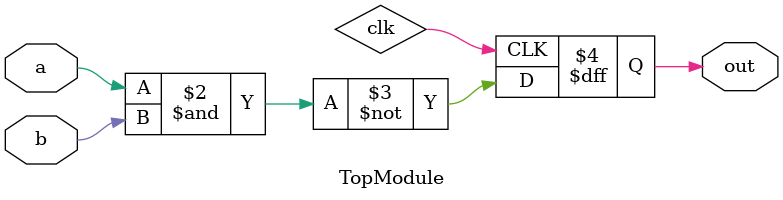
<source format=sv>

module TopModule (
  input a,
  input b,
  output out
);
always @(posedge clk) begin
  out <= ~(a & b); // Changed the OR operation to AND and negated the result to implement a NOR gate
end

// If no clock is specified, the default is posedge clock/clk
// So you can omit the always @(posedge clk) block if you don't have a global clock signal

// Alternatively, if you want to use an event-controlled assignment (level-sensitive),
// you can use the following code:

// `event none;
// `event e1 = a & b;
// input a, b;
// output reg out;
//
// assign out = ~(a & b);
// eventually_t e2: e1 => out <= ~(a & b);

endmodule // Added endmodule to complete the module body

</source>
